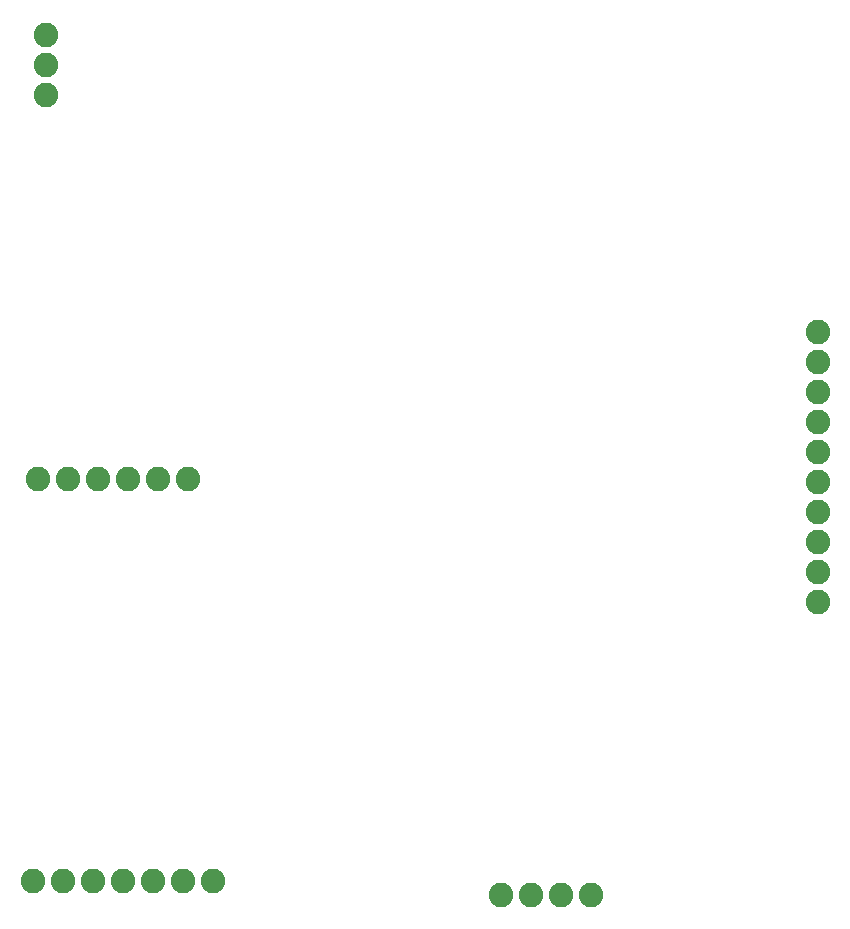
<source format=gbr>
G04 EAGLE Gerber RS-274X export*
G75*
%MOMM*%
%FSLAX34Y34*%
%LPD*%
%INSoldermask Top*%
%IPPOS*%
%AMOC8*
5,1,8,0,0,1.08239X$1,22.5*%
G01*
%ADD10C,2.082800*%


D10*
X551400Y102400D03*
X576800Y102400D03*
X602200Y102400D03*
X627600Y102400D03*
X166800Y830500D03*
X166800Y805100D03*
X166800Y779700D03*
X155200Y114300D03*
X180600Y114300D03*
X206000Y114300D03*
X231400Y114300D03*
X256800Y114300D03*
X282200Y114300D03*
X307600Y114300D03*
X159800Y454600D03*
X185200Y454600D03*
X210600Y454600D03*
X236000Y454600D03*
X261400Y454600D03*
X286800Y454600D03*
X820000Y350000D03*
X820000Y375400D03*
X820000Y400800D03*
X820000Y426200D03*
X820000Y451600D03*
X820000Y477000D03*
X820000Y502400D03*
X820000Y527800D03*
X820000Y553200D03*
X820000Y578600D03*
M02*

</source>
